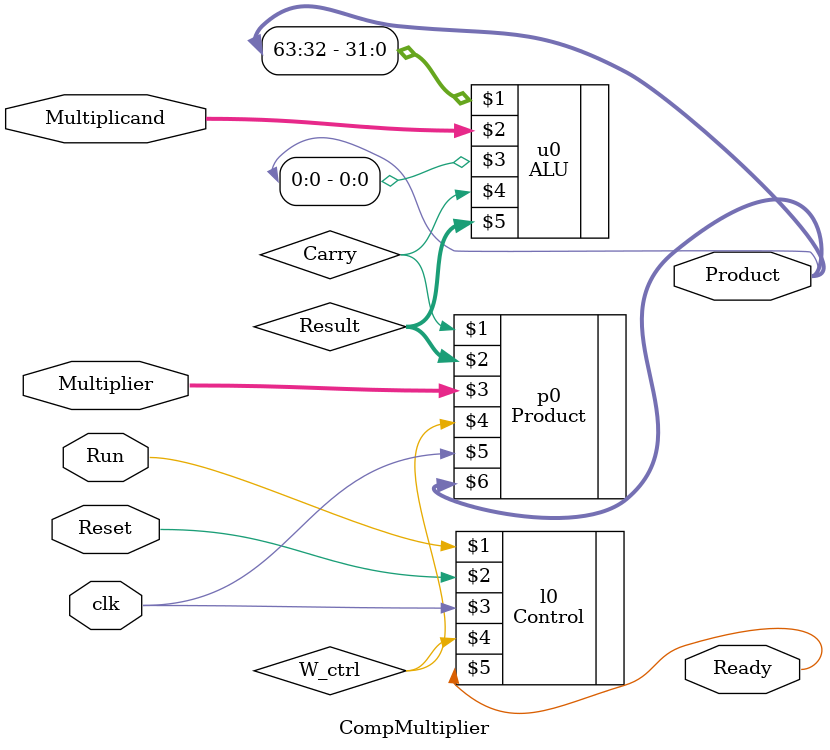
<source format=v>
module CompMultiplier(
	// Outputs
	output	[63:0]	Product,
	output		Ready,
	// Inputs
	input	[31:0]	Multiplicand,
	input	[31:0]	Multiplier,
	input		Run,
	input		Reset,
	input		clk
);
	wire W_ctrl,Carry;
	wire [31:0] Result;
	ALU u0(Product[63:32],Multiplicand,Product[0],Carry,Result);
	Product p0(Carry,Result,Multiplier,W_ctrl,clk,Product);
	Control l0(Run,Reset,clk,W_ctrl,Ready);
	
endmodule


</source>
